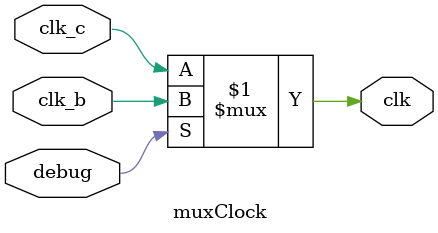
<source format=sv>

module muxClock
(
	input logic clk_c, clk_b,
	input logic debug,
	output logic clk
);
												
	assign clk = debug ? clk_b : clk_c;
	
endmodule

</source>
